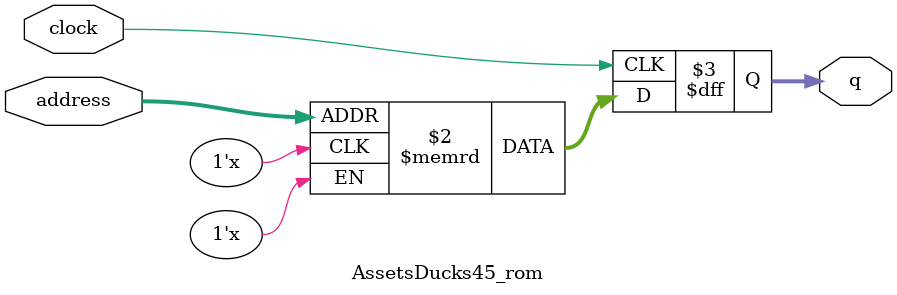
<source format=sv>
module AssetsDucks45_rom (
	input logic clock,
	input logic [12:0] address,
	output logic [3:0] q
);

logic [3:0] memory [0:4351] /* synthesis ram_init_file = "./AssetsDucks45/AssetsDucks45.mif" */;

always_ff @ (posedge clock) begin
	q <= memory[address];
end

endmodule

</source>
